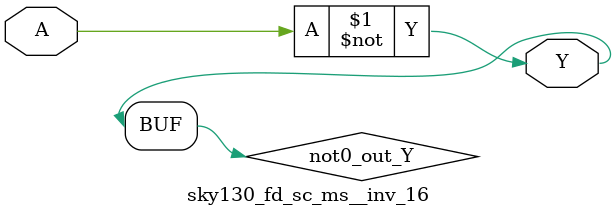
<source format=v>
/*
 * Copyright 2020 The SkyWater PDK Authors
 *
 * Licensed under the Apache License, Version 2.0 (the "License");
 * you may not use this file except in compliance with the License.
 * You may obtain a copy of the License at
 *
 *     https://www.apache.org/licenses/LICENSE-2.0
 *
 * Unless required by applicable law or agreed to in writing, software
 * distributed under the License is distributed on an "AS IS" BASIS,
 * WITHOUT WARRANTIES OR CONDITIONS OF ANY KIND, either express or implied.
 * See the License for the specific language governing permissions and
 * limitations under the License.
 *
 * SPDX-License-Identifier: Apache-2.0
*/


`ifndef SKY130_FD_SC_MS__INV_16_FUNCTIONAL_V
`define SKY130_FD_SC_MS__INV_16_FUNCTIONAL_V

/**
 * inv: Inverter.
 *
 * Verilog simulation functional model.
 */

`timescale 1ns / 1ps
`default_nettype none

`celldefine
module sky130_fd_sc_ms__inv_16 (
    Y,
    A
);

    // Module ports
    output Y;
    input  A;

    // Local signals
    wire not0_out_Y;

    //  Name  Output      Other arguments
    not not0 (not0_out_Y, A              );
    buf buf0 (Y         , not0_out_Y     );

endmodule
`endcelldefine

`default_nettype wire
`endif  // SKY130_FD_SC_MS__INV_16_FUNCTIONAL_V

</source>
